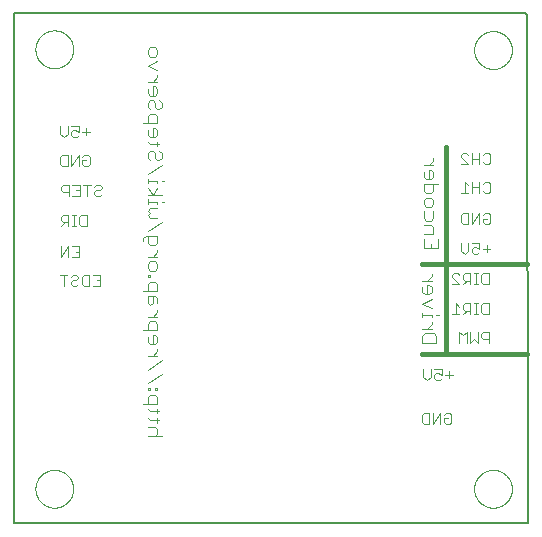
<source format=gbo>
G75*
%MOIN*%
%OFA0B0*%
%FSLAX25Y25*%
%IPPOS*%
%LPD*%
%AMOC8*
5,1,8,0,0,1.08239X$1,22.5*
%
%ADD10C,0.00000*%
%ADD11C,0.00600*%
%ADD12C,0.00300*%
%ADD13C,0.01600*%
%ADD14C,0.00400*%
D10*
X0012501Y0016300D02*
X0012503Y0016458D01*
X0012509Y0016616D01*
X0012519Y0016774D01*
X0012533Y0016932D01*
X0012551Y0017089D01*
X0012572Y0017246D01*
X0012598Y0017402D01*
X0012628Y0017558D01*
X0012661Y0017713D01*
X0012699Y0017866D01*
X0012740Y0018019D01*
X0012785Y0018171D01*
X0012834Y0018322D01*
X0012887Y0018471D01*
X0012943Y0018619D01*
X0013003Y0018765D01*
X0013067Y0018910D01*
X0013135Y0019053D01*
X0013206Y0019195D01*
X0013280Y0019335D01*
X0013358Y0019472D01*
X0013440Y0019608D01*
X0013524Y0019742D01*
X0013613Y0019873D01*
X0013704Y0020002D01*
X0013799Y0020129D01*
X0013896Y0020254D01*
X0013997Y0020376D01*
X0014101Y0020495D01*
X0014208Y0020612D01*
X0014318Y0020726D01*
X0014431Y0020837D01*
X0014546Y0020946D01*
X0014664Y0021051D01*
X0014785Y0021153D01*
X0014908Y0021253D01*
X0015034Y0021349D01*
X0015162Y0021442D01*
X0015292Y0021532D01*
X0015425Y0021618D01*
X0015560Y0021702D01*
X0015696Y0021781D01*
X0015835Y0021858D01*
X0015976Y0021930D01*
X0016118Y0022000D01*
X0016262Y0022065D01*
X0016408Y0022127D01*
X0016555Y0022185D01*
X0016704Y0022240D01*
X0016854Y0022291D01*
X0017005Y0022338D01*
X0017157Y0022381D01*
X0017310Y0022420D01*
X0017465Y0022456D01*
X0017620Y0022487D01*
X0017776Y0022515D01*
X0017932Y0022539D01*
X0018089Y0022559D01*
X0018247Y0022575D01*
X0018404Y0022587D01*
X0018563Y0022595D01*
X0018721Y0022599D01*
X0018879Y0022599D01*
X0019037Y0022595D01*
X0019196Y0022587D01*
X0019353Y0022575D01*
X0019511Y0022559D01*
X0019668Y0022539D01*
X0019824Y0022515D01*
X0019980Y0022487D01*
X0020135Y0022456D01*
X0020290Y0022420D01*
X0020443Y0022381D01*
X0020595Y0022338D01*
X0020746Y0022291D01*
X0020896Y0022240D01*
X0021045Y0022185D01*
X0021192Y0022127D01*
X0021338Y0022065D01*
X0021482Y0022000D01*
X0021624Y0021930D01*
X0021765Y0021858D01*
X0021904Y0021781D01*
X0022040Y0021702D01*
X0022175Y0021618D01*
X0022308Y0021532D01*
X0022438Y0021442D01*
X0022566Y0021349D01*
X0022692Y0021253D01*
X0022815Y0021153D01*
X0022936Y0021051D01*
X0023054Y0020946D01*
X0023169Y0020837D01*
X0023282Y0020726D01*
X0023392Y0020612D01*
X0023499Y0020495D01*
X0023603Y0020376D01*
X0023704Y0020254D01*
X0023801Y0020129D01*
X0023896Y0020002D01*
X0023987Y0019873D01*
X0024076Y0019742D01*
X0024160Y0019608D01*
X0024242Y0019472D01*
X0024320Y0019335D01*
X0024394Y0019195D01*
X0024465Y0019053D01*
X0024533Y0018910D01*
X0024597Y0018765D01*
X0024657Y0018619D01*
X0024713Y0018471D01*
X0024766Y0018322D01*
X0024815Y0018171D01*
X0024860Y0018019D01*
X0024901Y0017866D01*
X0024939Y0017713D01*
X0024972Y0017558D01*
X0025002Y0017402D01*
X0025028Y0017246D01*
X0025049Y0017089D01*
X0025067Y0016932D01*
X0025081Y0016774D01*
X0025091Y0016616D01*
X0025097Y0016458D01*
X0025099Y0016300D01*
X0025097Y0016142D01*
X0025091Y0015984D01*
X0025081Y0015826D01*
X0025067Y0015668D01*
X0025049Y0015511D01*
X0025028Y0015354D01*
X0025002Y0015198D01*
X0024972Y0015042D01*
X0024939Y0014887D01*
X0024901Y0014734D01*
X0024860Y0014581D01*
X0024815Y0014429D01*
X0024766Y0014278D01*
X0024713Y0014129D01*
X0024657Y0013981D01*
X0024597Y0013835D01*
X0024533Y0013690D01*
X0024465Y0013547D01*
X0024394Y0013405D01*
X0024320Y0013265D01*
X0024242Y0013128D01*
X0024160Y0012992D01*
X0024076Y0012858D01*
X0023987Y0012727D01*
X0023896Y0012598D01*
X0023801Y0012471D01*
X0023704Y0012346D01*
X0023603Y0012224D01*
X0023499Y0012105D01*
X0023392Y0011988D01*
X0023282Y0011874D01*
X0023169Y0011763D01*
X0023054Y0011654D01*
X0022936Y0011549D01*
X0022815Y0011447D01*
X0022692Y0011347D01*
X0022566Y0011251D01*
X0022438Y0011158D01*
X0022308Y0011068D01*
X0022175Y0010982D01*
X0022040Y0010898D01*
X0021904Y0010819D01*
X0021765Y0010742D01*
X0021624Y0010670D01*
X0021482Y0010600D01*
X0021338Y0010535D01*
X0021192Y0010473D01*
X0021045Y0010415D01*
X0020896Y0010360D01*
X0020746Y0010309D01*
X0020595Y0010262D01*
X0020443Y0010219D01*
X0020290Y0010180D01*
X0020135Y0010144D01*
X0019980Y0010113D01*
X0019824Y0010085D01*
X0019668Y0010061D01*
X0019511Y0010041D01*
X0019353Y0010025D01*
X0019196Y0010013D01*
X0019037Y0010005D01*
X0018879Y0010001D01*
X0018721Y0010001D01*
X0018563Y0010005D01*
X0018404Y0010013D01*
X0018247Y0010025D01*
X0018089Y0010041D01*
X0017932Y0010061D01*
X0017776Y0010085D01*
X0017620Y0010113D01*
X0017465Y0010144D01*
X0017310Y0010180D01*
X0017157Y0010219D01*
X0017005Y0010262D01*
X0016854Y0010309D01*
X0016704Y0010360D01*
X0016555Y0010415D01*
X0016408Y0010473D01*
X0016262Y0010535D01*
X0016118Y0010600D01*
X0015976Y0010670D01*
X0015835Y0010742D01*
X0015696Y0010819D01*
X0015560Y0010898D01*
X0015425Y0010982D01*
X0015292Y0011068D01*
X0015162Y0011158D01*
X0015034Y0011251D01*
X0014908Y0011347D01*
X0014785Y0011447D01*
X0014664Y0011549D01*
X0014546Y0011654D01*
X0014431Y0011763D01*
X0014318Y0011874D01*
X0014208Y0011988D01*
X0014101Y0012105D01*
X0013997Y0012224D01*
X0013896Y0012346D01*
X0013799Y0012471D01*
X0013704Y0012598D01*
X0013613Y0012727D01*
X0013524Y0012858D01*
X0013440Y0012992D01*
X0013358Y0013128D01*
X0013280Y0013265D01*
X0013206Y0013405D01*
X0013135Y0013547D01*
X0013067Y0013690D01*
X0013003Y0013835D01*
X0012943Y0013981D01*
X0012887Y0014129D01*
X0012834Y0014278D01*
X0012785Y0014429D01*
X0012740Y0014581D01*
X0012699Y0014734D01*
X0012661Y0014887D01*
X0012628Y0015042D01*
X0012598Y0015198D01*
X0012572Y0015354D01*
X0012551Y0015511D01*
X0012533Y0015668D01*
X0012519Y0015826D01*
X0012509Y0015984D01*
X0012503Y0016142D01*
X0012501Y0016300D01*
X0012501Y0162800D02*
X0012503Y0162958D01*
X0012509Y0163116D01*
X0012519Y0163274D01*
X0012533Y0163432D01*
X0012551Y0163589D01*
X0012572Y0163746D01*
X0012598Y0163902D01*
X0012628Y0164058D01*
X0012661Y0164213D01*
X0012699Y0164366D01*
X0012740Y0164519D01*
X0012785Y0164671D01*
X0012834Y0164822D01*
X0012887Y0164971D01*
X0012943Y0165119D01*
X0013003Y0165265D01*
X0013067Y0165410D01*
X0013135Y0165553D01*
X0013206Y0165695D01*
X0013280Y0165835D01*
X0013358Y0165972D01*
X0013440Y0166108D01*
X0013524Y0166242D01*
X0013613Y0166373D01*
X0013704Y0166502D01*
X0013799Y0166629D01*
X0013896Y0166754D01*
X0013997Y0166876D01*
X0014101Y0166995D01*
X0014208Y0167112D01*
X0014318Y0167226D01*
X0014431Y0167337D01*
X0014546Y0167446D01*
X0014664Y0167551D01*
X0014785Y0167653D01*
X0014908Y0167753D01*
X0015034Y0167849D01*
X0015162Y0167942D01*
X0015292Y0168032D01*
X0015425Y0168118D01*
X0015560Y0168202D01*
X0015696Y0168281D01*
X0015835Y0168358D01*
X0015976Y0168430D01*
X0016118Y0168500D01*
X0016262Y0168565D01*
X0016408Y0168627D01*
X0016555Y0168685D01*
X0016704Y0168740D01*
X0016854Y0168791D01*
X0017005Y0168838D01*
X0017157Y0168881D01*
X0017310Y0168920D01*
X0017465Y0168956D01*
X0017620Y0168987D01*
X0017776Y0169015D01*
X0017932Y0169039D01*
X0018089Y0169059D01*
X0018247Y0169075D01*
X0018404Y0169087D01*
X0018563Y0169095D01*
X0018721Y0169099D01*
X0018879Y0169099D01*
X0019037Y0169095D01*
X0019196Y0169087D01*
X0019353Y0169075D01*
X0019511Y0169059D01*
X0019668Y0169039D01*
X0019824Y0169015D01*
X0019980Y0168987D01*
X0020135Y0168956D01*
X0020290Y0168920D01*
X0020443Y0168881D01*
X0020595Y0168838D01*
X0020746Y0168791D01*
X0020896Y0168740D01*
X0021045Y0168685D01*
X0021192Y0168627D01*
X0021338Y0168565D01*
X0021482Y0168500D01*
X0021624Y0168430D01*
X0021765Y0168358D01*
X0021904Y0168281D01*
X0022040Y0168202D01*
X0022175Y0168118D01*
X0022308Y0168032D01*
X0022438Y0167942D01*
X0022566Y0167849D01*
X0022692Y0167753D01*
X0022815Y0167653D01*
X0022936Y0167551D01*
X0023054Y0167446D01*
X0023169Y0167337D01*
X0023282Y0167226D01*
X0023392Y0167112D01*
X0023499Y0166995D01*
X0023603Y0166876D01*
X0023704Y0166754D01*
X0023801Y0166629D01*
X0023896Y0166502D01*
X0023987Y0166373D01*
X0024076Y0166242D01*
X0024160Y0166108D01*
X0024242Y0165972D01*
X0024320Y0165835D01*
X0024394Y0165695D01*
X0024465Y0165553D01*
X0024533Y0165410D01*
X0024597Y0165265D01*
X0024657Y0165119D01*
X0024713Y0164971D01*
X0024766Y0164822D01*
X0024815Y0164671D01*
X0024860Y0164519D01*
X0024901Y0164366D01*
X0024939Y0164213D01*
X0024972Y0164058D01*
X0025002Y0163902D01*
X0025028Y0163746D01*
X0025049Y0163589D01*
X0025067Y0163432D01*
X0025081Y0163274D01*
X0025091Y0163116D01*
X0025097Y0162958D01*
X0025099Y0162800D01*
X0025097Y0162642D01*
X0025091Y0162484D01*
X0025081Y0162326D01*
X0025067Y0162168D01*
X0025049Y0162011D01*
X0025028Y0161854D01*
X0025002Y0161698D01*
X0024972Y0161542D01*
X0024939Y0161387D01*
X0024901Y0161234D01*
X0024860Y0161081D01*
X0024815Y0160929D01*
X0024766Y0160778D01*
X0024713Y0160629D01*
X0024657Y0160481D01*
X0024597Y0160335D01*
X0024533Y0160190D01*
X0024465Y0160047D01*
X0024394Y0159905D01*
X0024320Y0159765D01*
X0024242Y0159628D01*
X0024160Y0159492D01*
X0024076Y0159358D01*
X0023987Y0159227D01*
X0023896Y0159098D01*
X0023801Y0158971D01*
X0023704Y0158846D01*
X0023603Y0158724D01*
X0023499Y0158605D01*
X0023392Y0158488D01*
X0023282Y0158374D01*
X0023169Y0158263D01*
X0023054Y0158154D01*
X0022936Y0158049D01*
X0022815Y0157947D01*
X0022692Y0157847D01*
X0022566Y0157751D01*
X0022438Y0157658D01*
X0022308Y0157568D01*
X0022175Y0157482D01*
X0022040Y0157398D01*
X0021904Y0157319D01*
X0021765Y0157242D01*
X0021624Y0157170D01*
X0021482Y0157100D01*
X0021338Y0157035D01*
X0021192Y0156973D01*
X0021045Y0156915D01*
X0020896Y0156860D01*
X0020746Y0156809D01*
X0020595Y0156762D01*
X0020443Y0156719D01*
X0020290Y0156680D01*
X0020135Y0156644D01*
X0019980Y0156613D01*
X0019824Y0156585D01*
X0019668Y0156561D01*
X0019511Y0156541D01*
X0019353Y0156525D01*
X0019196Y0156513D01*
X0019037Y0156505D01*
X0018879Y0156501D01*
X0018721Y0156501D01*
X0018563Y0156505D01*
X0018404Y0156513D01*
X0018247Y0156525D01*
X0018089Y0156541D01*
X0017932Y0156561D01*
X0017776Y0156585D01*
X0017620Y0156613D01*
X0017465Y0156644D01*
X0017310Y0156680D01*
X0017157Y0156719D01*
X0017005Y0156762D01*
X0016854Y0156809D01*
X0016704Y0156860D01*
X0016555Y0156915D01*
X0016408Y0156973D01*
X0016262Y0157035D01*
X0016118Y0157100D01*
X0015976Y0157170D01*
X0015835Y0157242D01*
X0015696Y0157319D01*
X0015560Y0157398D01*
X0015425Y0157482D01*
X0015292Y0157568D01*
X0015162Y0157658D01*
X0015034Y0157751D01*
X0014908Y0157847D01*
X0014785Y0157947D01*
X0014664Y0158049D01*
X0014546Y0158154D01*
X0014431Y0158263D01*
X0014318Y0158374D01*
X0014208Y0158488D01*
X0014101Y0158605D01*
X0013997Y0158724D01*
X0013896Y0158846D01*
X0013799Y0158971D01*
X0013704Y0159098D01*
X0013613Y0159227D01*
X0013524Y0159358D01*
X0013440Y0159492D01*
X0013358Y0159628D01*
X0013280Y0159765D01*
X0013206Y0159905D01*
X0013135Y0160047D01*
X0013067Y0160190D01*
X0013003Y0160335D01*
X0012943Y0160481D01*
X0012887Y0160629D01*
X0012834Y0160778D01*
X0012785Y0160929D01*
X0012740Y0161081D01*
X0012699Y0161234D01*
X0012661Y0161387D01*
X0012628Y0161542D01*
X0012598Y0161698D01*
X0012572Y0161854D01*
X0012551Y0162011D01*
X0012533Y0162168D01*
X0012519Y0162326D01*
X0012509Y0162484D01*
X0012503Y0162642D01*
X0012501Y0162800D01*
X0158751Y0162550D02*
X0158753Y0162708D01*
X0158759Y0162866D01*
X0158769Y0163024D01*
X0158783Y0163182D01*
X0158801Y0163339D01*
X0158822Y0163496D01*
X0158848Y0163652D01*
X0158878Y0163808D01*
X0158911Y0163963D01*
X0158949Y0164116D01*
X0158990Y0164269D01*
X0159035Y0164421D01*
X0159084Y0164572D01*
X0159137Y0164721D01*
X0159193Y0164869D01*
X0159253Y0165015D01*
X0159317Y0165160D01*
X0159385Y0165303D01*
X0159456Y0165445D01*
X0159530Y0165585D01*
X0159608Y0165722D01*
X0159690Y0165858D01*
X0159774Y0165992D01*
X0159863Y0166123D01*
X0159954Y0166252D01*
X0160049Y0166379D01*
X0160146Y0166504D01*
X0160247Y0166626D01*
X0160351Y0166745D01*
X0160458Y0166862D01*
X0160568Y0166976D01*
X0160681Y0167087D01*
X0160796Y0167196D01*
X0160914Y0167301D01*
X0161035Y0167403D01*
X0161158Y0167503D01*
X0161284Y0167599D01*
X0161412Y0167692D01*
X0161542Y0167782D01*
X0161675Y0167868D01*
X0161810Y0167952D01*
X0161946Y0168031D01*
X0162085Y0168108D01*
X0162226Y0168180D01*
X0162368Y0168250D01*
X0162512Y0168315D01*
X0162658Y0168377D01*
X0162805Y0168435D01*
X0162954Y0168490D01*
X0163104Y0168541D01*
X0163255Y0168588D01*
X0163407Y0168631D01*
X0163560Y0168670D01*
X0163715Y0168706D01*
X0163870Y0168737D01*
X0164026Y0168765D01*
X0164182Y0168789D01*
X0164339Y0168809D01*
X0164497Y0168825D01*
X0164654Y0168837D01*
X0164813Y0168845D01*
X0164971Y0168849D01*
X0165129Y0168849D01*
X0165287Y0168845D01*
X0165446Y0168837D01*
X0165603Y0168825D01*
X0165761Y0168809D01*
X0165918Y0168789D01*
X0166074Y0168765D01*
X0166230Y0168737D01*
X0166385Y0168706D01*
X0166540Y0168670D01*
X0166693Y0168631D01*
X0166845Y0168588D01*
X0166996Y0168541D01*
X0167146Y0168490D01*
X0167295Y0168435D01*
X0167442Y0168377D01*
X0167588Y0168315D01*
X0167732Y0168250D01*
X0167874Y0168180D01*
X0168015Y0168108D01*
X0168154Y0168031D01*
X0168290Y0167952D01*
X0168425Y0167868D01*
X0168558Y0167782D01*
X0168688Y0167692D01*
X0168816Y0167599D01*
X0168942Y0167503D01*
X0169065Y0167403D01*
X0169186Y0167301D01*
X0169304Y0167196D01*
X0169419Y0167087D01*
X0169532Y0166976D01*
X0169642Y0166862D01*
X0169749Y0166745D01*
X0169853Y0166626D01*
X0169954Y0166504D01*
X0170051Y0166379D01*
X0170146Y0166252D01*
X0170237Y0166123D01*
X0170326Y0165992D01*
X0170410Y0165858D01*
X0170492Y0165722D01*
X0170570Y0165585D01*
X0170644Y0165445D01*
X0170715Y0165303D01*
X0170783Y0165160D01*
X0170847Y0165015D01*
X0170907Y0164869D01*
X0170963Y0164721D01*
X0171016Y0164572D01*
X0171065Y0164421D01*
X0171110Y0164269D01*
X0171151Y0164116D01*
X0171189Y0163963D01*
X0171222Y0163808D01*
X0171252Y0163652D01*
X0171278Y0163496D01*
X0171299Y0163339D01*
X0171317Y0163182D01*
X0171331Y0163024D01*
X0171341Y0162866D01*
X0171347Y0162708D01*
X0171349Y0162550D01*
X0171347Y0162392D01*
X0171341Y0162234D01*
X0171331Y0162076D01*
X0171317Y0161918D01*
X0171299Y0161761D01*
X0171278Y0161604D01*
X0171252Y0161448D01*
X0171222Y0161292D01*
X0171189Y0161137D01*
X0171151Y0160984D01*
X0171110Y0160831D01*
X0171065Y0160679D01*
X0171016Y0160528D01*
X0170963Y0160379D01*
X0170907Y0160231D01*
X0170847Y0160085D01*
X0170783Y0159940D01*
X0170715Y0159797D01*
X0170644Y0159655D01*
X0170570Y0159515D01*
X0170492Y0159378D01*
X0170410Y0159242D01*
X0170326Y0159108D01*
X0170237Y0158977D01*
X0170146Y0158848D01*
X0170051Y0158721D01*
X0169954Y0158596D01*
X0169853Y0158474D01*
X0169749Y0158355D01*
X0169642Y0158238D01*
X0169532Y0158124D01*
X0169419Y0158013D01*
X0169304Y0157904D01*
X0169186Y0157799D01*
X0169065Y0157697D01*
X0168942Y0157597D01*
X0168816Y0157501D01*
X0168688Y0157408D01*
X0168558Y0157318D01*
X0168425Y0157232D01*
X0168290Y0157148D01*
X0168154Y0157069D01*
X0168015Y0156992D01*
X0167874Y0156920D01*
X0167732Y0156850D01*
X0167588Y0156785D01*
X0167442Y0156723D01*
X0167295Y0156665D01*
X0167146Y0156610D01*
X0166996Y0156559D01*
X0166845Y0156512D01*
X0166693Y0156469D01*
X0166540Y0156430D01*
X0166385Y0156394D01*
X0166230Y0156363D01*
X0166074Y0156335D01*
X0165918Y0156311D01*
X0165761Y0156291D01*
X0165603Y0156275D01*
X0165446Y0156263D01*
X0165287Y0156255D01*
X0165129Y0156251D01*
X0164971Y0156251D01*
X0164813Y0156255D01*
X0164654Y0156263D01*
X0164497Y0156275D01*
X0164339Y0156291D01*
X0164182Y0156311D01*
X0164026Y0156335D01*
X0163870Y0156363D01*
X0163715Y0156394D01*
X0163560Y0156430D01*
X0163407Y0156469D01*
X0163255Y0156512D01*
X0163104Y0156559D01*
X0162954Y0156610D01*
X0162805Y0156665D01*
X0162658Y0156723D01*
X0162512Y0156785D01*
X0162368Y0156850D01*
X0162226Y0156920D01*
X0162085Y0156992D01*
X0161946Y0157069D01*
X0161810Y0157148D01*
X0161675Y0157232D01*
X0161542Y0157318D01*
X0161412Y0157408D01*
X0161284Y0157501D01*
X0161158Y0157597D01*
X0161035Y0157697D01*
X0160914Y0157799D01*
X0160796Y0157904D01*
X0160681Y0158013D01*
X0160568Y0158124D01*
X0160458Y0158238D01*
X0160351Y0158355D01*
X0160247Y0158474D01*
X0160146Y0158596D01*
X0160049Y0158721D01*
X0159954Y0158848D01*
X0159863Y0158977D01*
X0159774Y0159108D01*
X0159690Y0159242D01*
X0159608Y0159378D01*
X0159530Y0159515D01*
X0159456Y0159655D01*
X0159385Y0159797D01*
X0159317Y0159940D01*
X0159253Y0160085D01*
X0159193Y0160231D01*
X0159137Y0160379D01*
X0159084Y0160528D01*
X0159035Y0160679D01*
X0158990Y0160831D01*
X0158949Y0160984D01*
X0158911Y0161137D01*
X0158878Y0161292D01*
X0158848Y0161448D01*
X0158822Y0161604D01*
X0158801Y0161761D01*
X0158783Y0161918D01*
X0158769Y0162076D01*
X0158759Y0162234D01*
X0158753Y0162392D01*
X0158751Y0162550D01*
X0158751Y0016300D02*
X0158753Y0016458D01*
X0158759Y0016616D01*
X0158769Y0016774D01*
X0158783Y0016932D01*
X0158801Y0017089D01*
X0158822Y0017246D01*
X0158848Y0017402D01*
X0158878Y0017558D01*
X0158911Y0017713D01*
X0158949Y0017866D01*
X0158990Y0018019D01*
X0159035Y0018171D01*
X0159084Y0018322D01*
X0159137Y0018471D01*
X0159193Y0018619D01*
X0159253Y0018765D01*
X0159317Y0018910D01*
X0159385Y0019053D01*
X0159456Y0019195D01*
X0159530Y0019335D01*
X0159608Y0019472D01*
X0159690Y0019608D01*
X0159774Y0019742D01*
X0159863Y0019873D01*
X0159954Y0020002D01*
X0160049Y0020129D01*
X0160146Y0020254D01*
X0160247Y0020376D01*
X0160351Y0020495D01*
X0160458Y0020612D01*
X0160568Y0020726D01*
X0160681Y0020837D01*
X0160796Y0020946D01*
X0160914Y0021051D01*
X0161035Y0021153D01*
X0161158Y0021253D01*
X0161284Y0021349D01*
X0161412Y0021442D01*
X0161542Y0021532D01*
X0161675Y0021618D01*
X0161810Y0021702D01*
X0161946Y0021781D01*
X0162085Y0021858D01*
X0162226Y0021930D01*
X0162368Y0022000D01*
X0162512Y0022065D01*
X0162658Y0022127D01*
X0162805Y0022185D01*
X0162954Y0022240D01*
X0163104Y0022291D01*
X0163255Y0022338D01*
X0163407Y0022381D01*
X0163560Y0022420D01*
X0163715Y0022456D01*
X0163870Y0022487D01*
X0164026Y0022515D01*
X0164182Y0022539D01*
X0164339Y0022559D01*
X0164497Y0022575D01*
X0164654Y0022587D01*
X0164813Y0022595D01*
X0164971Y0022599D01*
X0165129Y0022599D01*
X0165287Y0022595D01*
X0165446Y0022587D01*
X0165603Y0022575D01*
X0165761Y0022559D01*
X0165918Y0022539D01*
X0166074Y0022515D01*
X0166230Y0022487D01*
X0166385Y0022456D01*
X0166540Y0022420D01*
X0166693Y0022381D01*
X0166845Y0022338D01*
X0166996Y0022291D01*
X0167146Y0022240D01*
X0167295Y0022185D01*
X0167442Y0022127D01*
X0167588Y0022065D01*
X0167732Y0022000D01*
X0167874Y0021930D01*
X0168015Y0021858D01*
X0168154Y0021781D01*
X0168290Y0021702D01*
X0168425Y0021618D01*
X0168558Y0021532D01*
X0168688Y0021442D01*
X0168816Y0021349D01*
X0168942Y0021253D01*
X0169065Y0021153D01*
X0169186Y0021051D01*
X0169304Y0020946D01*
X0169419Y0020837D01*
X0169532Y0020726D01*
X0169642Y0020612D01*
X0169749Y0020495D01*
X0169853Y0020376D01*
X0169954Y0020254D01*
X0170051Y0020129D01*
X0170146Y0020002D01*
X0170237Y0019873D01*
X0170326Y0019742D01*
X0170410Y0019608D01*
X0170492Y0019472D01*
X0170570Y0019335D01*
X0170644Y0019195D01*
X0170715Y0019053D01*
X0170783Y0018910D01*
X0170847Y0018765D01*
X0170907Y0018619D01*
X0170963Y0018471D01*
X0171016Y0018322D01*
X0171065Y0018171D01*
X0171110Y0018019D01*
X0171151Y0017866D01*
X0171189Y0017713D01*
X0171222Y0017558D01*
X0171252Y0017402D01*
X0171278Y0017246D01*
X0171299Y0017089D01*
X0171317Y0016932D01*
X0171331Y0016774D01*
X0171341Y0016616D01*
X0171347Y0016458D01*
X0171349Y0016300D01*
X0171347Y0016142D01*
X0171341Y0015984D01*
X0171331Y0015826D01*
X0171317Y0015668D01*
X0171299Y0015511D01*
X0171278Y0015354D01*
X0171252Y0015198D01*
X0171222Y0015042D01*
X0171189Y0014887D01*
X0171151Y0014734D01*
X0171110Y0014581D01*
X0171065Y0014429D01*
X0171016Y0014278D01*
X0170963Y0014129D01*
X0170907Y0013981D01*
X0170847Y0013835D01*
X0170783Y0013690D01*
X0170715Y0013547D01*
X0170644Y0013405D01*
X0170570Y0013265D01*
X0170492Y0013128D01*
X0170410Y0012992D01*
X0170326Y0012858D01*
X0170237Y0012727D01*
X0170146Y0012598D01*
X0170051Y0012471D01*
X0169954Y0012346D01*
X0169853Y0012224D01*
X0169749Y0012105D01*
X0169642Y0011988D01*
X0169532Y0011874D01*
X0169419Y0011763D01*
X0169304Y0011654D01*
X0169186Y0011549D01*
X0169065Y0011447D01*
X0168942Y0011347D01*
X0168816Y0011251D01*
X0168688Y0011158D01*
X0168558Y0011068D01*
X0168425Y0010982D01*
X0168290Y0010898D01*
X0168154Y0010819D01*
X0168015Y0010742D01*
X0167874Y0010670D01*
X0167732Y0010600D01*
X0167588Y0010535D01*
X0167442Y0010473D01*
X0167295Y0010415D01*
X0167146Y0010360D01*
X0166996Y0010309D01*
X0166845Y0010262D01*
X0166693Y0010219D01*
X0166540Y0010180D01*
X0166385Y0010144D01*
X0166230Y0010113D01*
X0166074Y0010085D01*
X0165918Y0010061D01*
X0165761Y0010041D01*
X0165603Y0010025D01*
X0165446Y0010013D01*
X0165287Y0010005D01*
X0165129Y0010001D01*
X0164971Y0010001D01*
X0164813Y0010005D01*
X0164654Y0010013D01*
X0164497Y0010025D01*
X0164339Y0010041D01*
X0164182Y0010061D01*
X0164026Y0010085D01*
X0163870Y0010113D01*
X0163715Y0010144D01*
X0163560Y0010180D01*
X0163407Y0010219D01*
X0163255Y0010262D01*
X0163104Y0010309D01*
X0162954Y0010360D01*
X0162805Y0010415D01*
X0162658Y0010473D01*
X0162512Y0010535D01*
X0162368Y0010600D01*
X0162226Y0010670D01*
X0162085Y0010742D01*
X0161946Y0010819D01*
X0161810Y0010898D01*
X0161675Y0010982D01*
X0161542Y0011068D01*
X0161412Y0011158D01*
X0161284Y0011251D01*
X0161158Y0011347D01*
X0161035Y0011447D01*
X0160914Y0011549D01*
X0160796Y0011654D01*
X0160681Y0011763D01*
X0160568Y0011874D01*
X0160458Y0011988D01*
X0160351Y0012105D01*
X0160247Y0012224D01*
X0160146Y0012346D01*
X0160049Y0012471D01*
X0159954Y0012598D01*
X0159863Y0012727D01*
X0159774Y0012858D01*
X0159690Y0012992D01*
X0159608Y0013128D01*
X0159530Y0013265D01*
X0159456Y0013405D01*
X0159385Y0013547D01*
X0159317Y0013690D01*
X0159253Y0013835D01*
X0159193Y0013981D01*
X0159137Y0014129D01*
X0159084Y0014278D01*
X0159035Y0014429D01*
X0158990Y0014581D01*
X0158949Y0014734D01*
X0158911Y0014887D01*
X0158878Y0015042D01*
X0158848Y0015198D01*
X0158822Y0015354D01*
X0158801Y0015511D01*
X0158783Y0015668D01*
X0158769Y0015826D01*
X0158759Y0015984D01*
X0158753Y0016142D01*
X0158751Y0016300D01*
D11*
X0005300Y0004800D02*
X0005300Y0174800D01*
X0175800Y0174800D01*
X0176300Y0174300D01*
X0176800Y0004800D01*
X0005300Y0004800D01*
D12*
X0021866Y0083950D02*
X0021866Y0087653D01*
X0020632Y0087653D02*
X0023101Y0087653D01*
X0024315Y0087036D02*
X0024932Y0087653D01*
X0026167Y0087653D01*
X0026784Y0087036D01*
X0026784Y0086419D01*
X0026167Y0085802D01*
X0024932Y0085802D01*
X0024315Y0085184D01*
X0024315Y0084567D01*
X0024932Y0083950D01*
X0026167Y0083950D01*
X0026784Y0084567D01*
X0027998Y0084567D02*
X0027998Y0087036D01*
X0028615Y0087653D01*
X0030467Y0087653D01*
X0030467Y0083950D01*
X0028615Y0083950D01*
X0027998Y0084567D01*
X0031681Y0083950D02*
X0034150Y0083950D01*
X0034150Y0087653D01*
X0031681Y0087653D01*
X0032916Y0085802D02*
X0034150Y0085802D01*
X0027150Y0093450D02*
X0024681Y0093450D01*
X0023467Y0093450D02*
X0023467Y0097153D01*
X0020998Y0093450D01*
X0020998Y0097153D01*
X0024681Y0097153D02*
X0027150Y0097153D01*
X0027150Y0093450D01*
X0027150Y0095302D02*
X0025916Y0095302D01*
X0025967Y0103950D02*
X0024732Y0103950D01*
X0025350Y0103950D02*
X0025350Y0107653D01*
X0025967Y0107653D02*
X0024732Y0107653D01*
X0023511Y0107653D02*
X0021660Y0107653D01*
X0021043Y0107036D01*
X0021043Y0105802D01*
X0021660Y0105184D01*
X0023511Y0105184D01*
X0022277Y0105184D02*
X0021043Y0103950D01*
X0023511Y0103950D02*
X0023511Y0107653D01*
X0027181Y0107036D02*
X0027181Y0104567D01*
X0027798Y0103950D01*
X0029650Y0103950D01*
X0029650Y0107653D01*
X0027798Y0107653D01*
X0027181Y0107036D01*
X0027284Y0113950D02*
X0024815Y0113950D01*
X0023601Y0113950D02*
X0023601Y0117653D01*
X0021749Y0117653D01*
X0021132Y0117036D01*
X0021132Y0115802D01*
X0021749Y0115184D01*
X0023601Y0115184D01*
X0026049Y0115802D02*
X0027284Y0115802D01*
X0027284Y0117653D02*
X0024815Y0117653D01*
X0027284Y0117653D02*
X0027284Y0113950D01*
X0029732Y0113950D02*
X0029732Y0117653D01*
X0028498Y0117653D02*
X0030967Y0117653D01*
X0032181Y0117036D02*
X0032798Y0117653D01*
X0034033Y0117653D01*
X0034650Y0117036D01*
X0034650Y0116419D01*
X0034033Y0115802D01*
X0032798Y0115802D01*
X0032181Y0115184D01*
X0032181Y0114567D01*
X0032798Y0113950D01*
X0034033Y0113950D01*
X0034650Y0114567D01*
X0030033Y0123950D02*
X0028798Y0123950D01*
X0028181Y0124567D01*
X0028181Y0125802D01*
X0029416Y0125802D01*
X0030650Y0127036D02*
X0030650Y0124567D01*
X0030033Y0123950D01*
X0026967Y0123950D02*
X0026967Y0127653D01*
X0024498Y0123950D01*
X0024498Y0127653D01*
X0023284Y0127653D02*
X0021432Y0127653D01*
X0020815Y0127036D01*
X0020815Y0124567D01*
X0021432Y0123950D01*
X0023284Y0123950D01*
X0023284Y0127653D01*
X0028181Y0127036D02*
X0028798Y0127653D01*
X0030033Y0127653D01*
X0030650Y0127036D01*
X0029416Y0134067D02*
X0029416Y0136536D01*
X0030650Y0135302D02*
X0028181Y0135302D01*
X0026967Y0135302D02*
X0026967Y0137153D01*
X0024498Y0137153D01*
X0023284Y0137153D02*
X0023284Y0134684D01*
X0022049Y0133450D01*
X0020815Y0134684D01*
X0020815Y0137153D01*
X0024498Y0135302D02*
X0024498Y0134067D01*
X0025115Y0133450D01*
X0026350Y0133450D01*
X0026967Y0134067D01*
X0026967Y0135302D02*
X0025732Y0135919D01*
X0025115Y0135919D01*
X0024498Y0135302D01*
X0141815Y0056153D02*
X0141815Y0053684D01*
X0143049Y0052450D01*
X0144284Y0053684D01*
X0144284Y0056153D01*
X0145498Y0056153D02*
X0147967Y0056153D01*
X0147967Y0054302D01*
X0146732Y0054919D01*
X0146115Y0054919D01*
X0145498Y0054302D01*
X0145498Y0053067D01*
X0146115Y0052450D01*
X0147350Y0052450D01*
X0147967Y0053067D01*
X0149181Y0054302D02*
X0151650Y0054302D01*
X0150416Y0055536D02*
X0150416Y0053067D01*
X0150533Y0041653D02*
X0149298Y0041653D01*
X0148681Y0041036D01*
X0148681Y0039802D02*
X0149916Y0039802D01*
X0148681Y0039802D02*
X0148681Y0038567D01*
X0149298Y0037950D01*
X0150533Y0037950D01*
X0151150Y0038567D01*
X0151150Y0041036D01*
X0150533Y0041653D01*
X0147467Y0041653D02*
X0147467Y0037950D01*
X0144998Y0037950D02*
X0144998Y0041653D01*
X0143784Y0041653D02*
X0141932Y0041653D01*
X0141315Y0041036D01*
X0141315Y0038567D01*
X0141932Y0037950D01*
X0143784Y0037950D01*
X0143784Y0041653D01*
X0147467Y0041653D02*
X0144998Y0037950D01*
X0153815Y0064950D02*
X0153815Y0068653D01*
X0155049Y0067419D01*
X0156284Y0068653D01*
X0156284Y0064950D01*
X0157498Y0064950D02*
X0158732Y0066184D01*
X0159967Y0064950D01*
X0159967Y0068653D01*
X0161181Y0068036D02*
X0161181Y0066802D01*
X0161798Y0066184D01*
X0163650Y0066184D01*
X0163650Y0064950D02*
X0163650Y0068653D01*
X0161798Y0068653D01*
X0161181Y0068036D01*
X0157498Y0068653D02*
X0157498Y0064950D01*
X0157511Y0074450D02*
X0157511Y0078153D01*
X0155660Y0078153D01*
X0155043Y0077536D01*
X0155043Y0076302D01*
X0155660Y0075684D01*
X0157511Y0075684D01*
X0156277Y0075684D02*
X0155043Y0074450D01*
X0153828Y0074450D02*
X0151360Y0074450D01*
X0152594Y0074450D02*
X0152594Y0078153D01*
X0153828Y0076919D01*
X0158732Y0078153D02*
X0159967Y0078153D01*
X0159350Y0078153D02*
X0159350Y0074450D01*
X0159967Y0074450D02*
X0158732Y0074450D01*
X0161181Y0075067D02*
X0161181Y0077536D01*
X0161798Y0078153D01*
X0163650Y0078153D01*
X0163650Y0074450D01*
X0161798Y0074450D01*
X0161181Y0075067D01*
X0161798Y0084450D02*
X0161181Y0085067D01*
X0161181Y0087536D01*
X0161798Y0088153D01*
X0163650Y0088153D01*
X0163650Y0084450D01*
X0161798Y0084450D01*
X0159967Y0084450D02*
X0158732Y0084450D01*
X0159350Y0084450D02*
X0159350Y0088153D01*
X0159967Y0088153D02*
X0158732Y0088153D01*
X0157511Y0088153D02*
X0155660Y0088153D01*
X0155043Y0087536D01*
X0155043Y0086302D01*
X0155660Y0085684D01*
X0157511Y0085684D01*
X0156277Y0085684D02*
X0155043Y0084450D01*
X0153828Y0084450D02*
X0151360Y0086919D01*
X0151360Y0087536D01*
X0151977Y0088153D01*
X0153211Y0088153D01*
X0153828Y0087536D01*
X0153828Y0084450D02*
X0151360Y0084450D01*
X0157511Y0084450D02*
X0157511Y0088153D01*
X0158615Y0094450D02*
X0159850Y0094450D01*
X0160467Y0095067D01*
X0160467Y0096302D02*
X0159232Y0096919D01*
X0158615Y0096919D01*
X0157998Y0096302D01*
X0157998Y0095067D01*
X0158615Y0094450D01*
X0156784Y0095684D02*
X0155549Y0094450D01*
X0154315Y0095684D01*
X0154315Y0098153D01*
X0156784Y0098153D02*
X0156784Y0095684D01*
X0157998Y0098153D02*
X0160467Y0098153D01*
X0160467Y0096302D01*
X0161681Y0096302D02*
X0164150Y0096302D01*
X0162916Y0097536D02*
X0162916Y0095067D01*
X0163533Y0104450D02*
X0162298Y0104450D01*
X0161681Y0105067D01*
X0161681Y0106302D01*
X0162916Y0106302D01*
X0164150Y0107536D02*
X0164150Y0105067D01*
X0163533Y0104450D01*
X0160467Y0104450D02*
X0160467Y0108153D01*
X0157998Y0104450D01*
X0157998Y0108153D01*
X0156784Y0108153D02*
X0154932Y0108153D01*
X0154315Y0107536D01*
X0154315Y0105067D01*
X0154932Y0104450D01*
X0156784Y0104450D01*
X0156784Y0108153D01*
X0161681Y0107536D02*
X0162298Y0108153D01*
X0163533Y0108153D01*
X0164150Y0107536D01*
X0163533Y0114950D02*
X0162298Y0114950D01*
X0161681Y0115567D01*
X0160467Y0114950D02*
X0160467Y0118653D01*
X0161681Y0118036D02*
X0162298Y0118653D01*
X0163533Y0118653D01*
X0164150Y0118036D01*
X0164150Y0115567D01*
X0163533Y0114950D01*
X0160467Y0116802D02*
X0157998Y0116802D01*
X0156784Y0117419D02*
X0155549Y0118653D01*
X0155549Y0114950D01*
X0154315Y0114950D02*
X0156784Y0114950D01*
X0157998Y0114950D02*
X0157998Y0118653D01*
X0157998Y0124450D02*
X0157998Y0128153D01*
X0156784Y0127536D02*
X0156167Y0128153D01*
X0154932Y0128153D01*
X0154315Y0127536D01*
X0154315Y0126919D01*
X0156784Y0124450D01*
X0154315Y0124450D01*
X0157998Y0126302D02*
X0160467Y0126302D01*
X0161681Y0127536D02*
X0162298Y0128153D01*
X0163533Y0128153D01*
X0164150Y0127536D01*
X0164150Y0125067D01*
X0163533Y0124450D01*
X0162298Y0124450D01*
X0161681Y0125067D01*
X0160467Y0124450D02*
X0160467Y0128153D01*
D13*
X0149300Y0130300D02*
X0149300Y0061300D01*
X0141300Y0061300D01*
X0149300Y0061300D02*
X0176300Y0061300D01*
X0176300Y0091300D02*
X0141300Y0091300D01*
D14*
X0144569Y0088020D02*
X0144569Y0087252D01*
X0143035Y0085718D01*
X0144569Y0085718D02*
X0141500Y0085718D01*
X0143035Y0084183D02*
X0143035Y0081114D01*
X0143802Y0081114D02*
X0144569Y0081881D01*
X0144569Y0083416D01*
X0143802Y0084183D01*
X0143035Y0084183D01*
X0141500Y0083416D02*
X0141500Y0081881D01*
X0142267Y0081114D01*
X0143802Y0081114D01*
X0144569Y0079579D02*
X0141500Y0078044D01*
X0144569Y0076510D01*
X0144569Y0074208D02*
X0141500Y0074208D01*
X0141500Y0073441D02*
X0141500Y0074975D01*
X0144569Y0074208D02*
X0144569Y0073441D01*
X0144569Y0071906D02*
X0144569Y0071139D01*
X0143035Y0069604D01*
X0144569Y0069604D02*
X0141500Y0069604D01*
X0142267Y0068069D02*
X0145337Y0068069D01*
X0146104Y0067302D01*
X0146104Y0065000D01*
X0141500Y0065000D01*
X0141500Y0067302D01*
X0142267Y0068069D01*
X0146104Y0074208D02*
X0146871Y0074208D01*
X0146604Y0096500D02*
X0142000Y0096500D01*
X0142000Y0099569D01*
X0142000Y0101104D02*
X0145069Y0101104D01*
X0145069Y0103406D01*
X0144302Y0104173D01*
X0142000Y0104173D01*
X0142767Y0105708D02*
X0142000Y0106475D01*
X0142000Y0108777D01*
X0142767Y0110312D02*
X0142000Y0111079D01*
X0142000Y0112614D01*
X0142767Y0113381D01*
X0144302Y0113381D01*
X0145069Y0112614D01*
X0145069Y0111079D01*
X0144302Y0110312D01*
X0142767Y0110312D01*
X0145069Y0108777D02*
X0145069Y0106475D01*
X0144302Y0105708D01*
X0142767Y0105708D01*
X0146604Y0099569D02*
X0146604Y0096500D01*
X0144302Y0096500D02*
X0144302Y0098035D01*
X0144302Y0114916D02*
X0142767Y0114916D01*
X0142000Y0115683D01*
X0142000Y0117985D01*
X0146604Y0117985D01*
X0145069Y0117985D02*
X0145069Y0115683D01*
X0144302Y0114916D01*
X0144302Y0119520D02*
X0142767Y0119520D01*
X0142000Y0120287D01*
X0142000Y0121822D01*
X0143535Y0122589D02*
X0143535Y0119520D01*
X0144302Y0119520D02*
X0145069Y0120287D01*
X0145069Y0121822D01*
X0144302Y0122589D01*
X0143535Y0122589D01*
X0143535Y0124124D02*
X0145069Y0125658D01*
X0145069Y0126426D01*
X0145069Y0124124D02*
X0142000Y0124124D01*
X0055371Y0118960D02*
X0054604Y0118960D01*
X0053069Y0118960D02*
X0050000Y0118960D01*
X0050000Y0118193D02*
X0050000Y0119728D01*
X0050000Y0121262D02*
X0054604Y0124332D01*
X0053837Y0125866D02*
X0053069Y0125866D01*
X0052302Y0126634D01*
X0052302Y0128168D01*
X0051535Y0128936D01*
X0050767Y0128936D01*
X0050000Y0128168D01*
X0050000Y0126634D01*
X0050767Y0125866D01*
X0053837Y0125866D02*
X0054604Y0126634D01*
X0054604Y0128168D01*
X0053837Y0128936D01*
X0053069Y0130470D02*
X0053069Y0132005D01*
X0053837Y0131238D02*
X0050767Y0131238D01*
X0050000Y0132005D01*
X0050767Y0133540D02*
X0052302Y0133540D01*
X0053069Y0134307D01*
X0053069Y0135841D01*
X0052302Y0136609D01*
X0051535Y0136609D01*
X0051535Y0133540D01*
X0050767Y0133540D02*
X0050000Y0134307D01*
X0050000Y0135841D01*
X0050000Y0138143D02*
X0050000Y0140445D01*
X0050767Y0141213D01*
X0052302Y0141213D01*
X0053069Y0140445D01*
X0053069Y0138143D01*
X0048465Y0138143D01*
X0050767Y0142747D02*
X0050000Y0143515D01*
X0050000Y0145049D01*
X0050767Y0145817D01*
X0051535Y0145817D01*
X0052302Y0145049D01*
X0052302Y0143515D01*
X0053069Y0142747D01*
X0053837Y0142747D01*
X0054604Y0143515D01*
X0054604Y0145049D01*
X0053837Y0145817D01*
X0052302Y0147351D02*
X0053069Y0148119D01*
X0053069Y0149653D01*
X0052302Y0150421D01*
X0051535Y0150421D01*
X0051535Y0147351D01*
X0052302Y0147351D02*
X0050767Y0147351D01*
X0050000Y0148119D01*
X0050000Y0149653D01*
X0050000Y0151955D02*
X0053069Y0151955D01*
X0051535Y0151955D02*
X0053069Y0153490D01*
X0053069Y0154257D01*
X0053069Y0155792D02*
X0050000Y0157326D01*
X0053069Y0158861D01*
X0052302Y0160396D02*
X0050767Y0160396D01*
X0050000Y0161163D01*
X0050000Y0162698D01*
X0050767Y0163465D01*
X0052302Y0163465D01*
X0053069Y0162698D01*
X0053069Y0161163D01*
X0052302Y0160396D01*
X0053069Y0118960D02*
X0053069Y0118193D01*
X0053069Y0116658D02*
X0051535Y0114357D01*
X0050000Y0116658D01*
X0050000Y0114357D02*
X0054604Y0114357D01*
X0054604Y0112055D02*
X0055371Y0112055D01*
X0053069Y0112055D02*
X0053069Y0111287D01*
X0053069Y0112055D02*
X0050000Y0112055D01*
X0050000Y0112822D02*
X0050000Y0111287D01*
X0050767Y0109753D02*
X0053069Y0109753D01*
X0053069Y0106683D02*
X0050767Y0106683D01*
X0050000Y0107451D01*
X0050767Y0108218D01*
X0050000Y0108985D01*
X0050767Y0109753D01*
X0054604Y0105149D02*
X0050000Y0102079D01*
X0050000Y0100545D02*
X0050000Y0098243D01*
X0050767Y0097475D01*
X0052302Y0097475D01*
X0053069Y0098243D01*
X0053069Y0100545D01*
X0049233Y0100545D01*
X0048465Y0099777D01*
X0048465Y0099010D01*
X0053069Y0095941D02*
X0053069Y0095173D01*
X0051535Y0093639D01*
X0053069Y0093639D02*
X0050000Y0093639D01*
X0050767Y0092104D02*
X0052302Y0092104D01*
X0053069Y0091337D01*
X0053069Y0089802D01*
X0052302Y0089035D01*
X0050767Y0089035D01*
X0050000Y0089802D01*
X0050000Y0091337D01*
X0050767Y0092104D01*
X0050767Y0087500D02*
X0050000Y0087500D01*
X0050000Y0086733D01*
X0050767Y0086733D01*
X0050767Y0087500D01*
X0050767Y0085198D02*
X0050000Y0084431D01*
X0050000Y0082129D01*
X0050000Y0080594D02*
X0050000Y0078292D01*
X0050767Y0077525D01*
X0051535Y0078292D01*
X0051535Y0080594D01*
X0052302Y0080594D02*
X0050000Y0080594D01*
X0048465Y0082129D02*
X0053069Y0082129D01*
X0053069Y0084431D01*
X0052302Y0085198D01*
X0050767Y0085198D01*
X0052302Y0080594D02*
X0053069Y0079827D01*
X0053069Y0078292D01*
X0053069Y0075990D02*
X0053069Y0075223D01*
X0051535Y0073689D01*
X0053069Y0073689D02*
X0050000Y0073689D01*
X0050767Y0072154D02*
X0050000Y0071387D01*
X0050000Y0069085D01*
X0048465Y0069085D02*
X0053069Y0069085D01*
X0053069Y0071387D01*
X0052302Y0072154D01*
X0050767Y0072154D01*
X0051535Y0067550D02*
X0051535Y0064481D01*
X0052302Y0064481D02*
X0053069Y0065248D01*
X0053069Y0066783D01*
X0052302Y0067550D01*
X0051535Y0067550D01*
X0050000Y0066783D02*
X0050000Y0065248D01*
X0050767Y0064481D01*
X0052302Y0064481D01*
X0053069Y0062946D02*
X0053069Y0062179D01*
X0051535Y0060644D01*
X0053069Y0060644D02*
X0050000Y0060644D01*
X0050000Y0056040D02*
X0054604Y0059109D01*
X0054604Y0054505D02*
X0050000Y0051436D01*
X0050000Y0049902D02*
X0050000Y0049134D01*
X0050767Y0049134D01*
X0050767Y0049902D01*
X0050000Y0049902D01*
X0052302Y0049902D02*
X0052302Y0049134D01*
X0053069Y0049134D01*
X0053069Y0049902D01*
X0052302Y0049902D01*
X0052302Y0047600D02*
X0050767Y0047600D01*
X0050000Y0046832D01*
X0050000Y0044530D01*
X0050000Y0042996D02*
X0050767Y0042228D01*
X0053837Y0042228D01*
X0053069Y0041461D02*
X0053069Y0042996D01*
X0053069Y0044530D02*
X0053069Y0046832D01*
X0052302Y0047600D01*
X0053069Y0044530D02*
X0048465Y0044530D01*
X0050000Y0039926D02*
X0050767Y0039159D01*
X0053837Y0039159D01*
X0053069Y0038392D02*
X0053069Y0039926D01*
X0052302Y0036857D02*
X0050000Y0036857D01*
X0052302Y0036857D02*
X0053069Y0036090D01*
X0053069Y0034555D01*
X0052302Y0033788D01*
X0054604Y0033788D02*
X0050000Y0033788D01*
M02*

</source>
